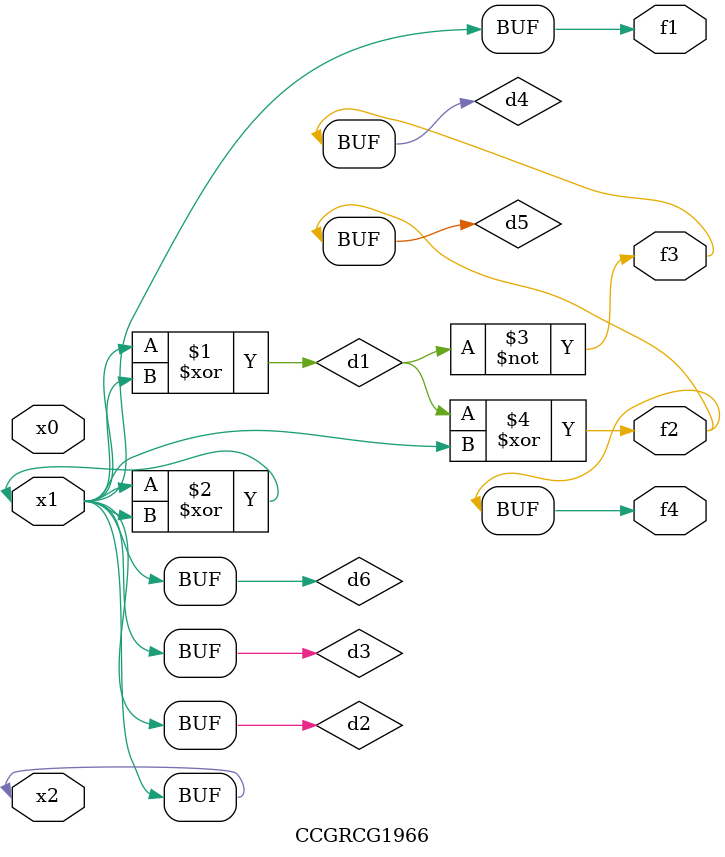
<source format=v>
module CCGRCG1966(
	input x0, x1, x2,
	output f1, f2, f3, f4
);

	wire d1, d2, d3, d4, d5, d6;

	xor (d1, x1, x2);
	buf (d2, x1, x2);
	xor (d3, x1, x2);
	nor (d4, d1);
	xor (d5, d1, d2);
	buf (d6, d2, d3);
	assign f1 = d6;
	assign f2 = d5;
	assign f3 = d4;
	assign f4 = d5;
endmodule

</source>
